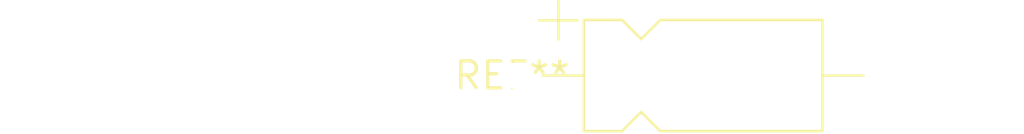
<source format=kicad_pcb>
(kicad_pcb (version 20240108) (generator pcbnew)
  (layers (0 "F.Cu" signal) (31 "B.Cu" signal) (34 "B.Paste" user) (35 "F.Paste" user) (36 "B.SilkS" user "B.Silkscreen") (37 "F.SilkS" user "F.Silkscreen") (38 "B.Mask" user) (39 "F.Mask" user) (44 "Edge.Cuts" user))
  (net 0 "")
  (footprint "CP_Axial_L11.0mm_D5.0mm_P18.00mm_Horizontal" (layer "F.Cu") (at 0 0)
    (property "Reference" "REF**")
    (property "Value" "CP_Axial_L11.0mm_D5.0mm_P18.00mm_Horizontal")
    (fp_line (start 1.28 -2.6) (end 3.08 -2.6) (layer "F.SilkS") (stroke (width 0.12)))
    (fp_line (start 1.44 0) (end 3.38 0) (layer "F.SilkS") (stroke (width 0.12)))
    (fp_line (start 2.18 -3.5) (end 2.18 -1.7) (layer "F.SilkS") (stroke (width 0.12)))
    (fp_line (start 3.38 -2.62) (end 3.38 2.62) (layer "F.SilkS") (stroke (width 0.12)))
    (fp_line (start 3.38 -2.62) (end 5.18 -2.62) (layer "F.SilkS") (stroke (width 0.12)))
    (fp_line (start 3.38 2.62) (end 5.18 2.62) (layer "F.SilkS") (stroke (width 0.12)))
    (fp_line (start 5.18 -2.62) (end 6.08 -1.72) (layer "F.SilkS") (stroke (width 0.12)))
    (fp_line (start 5.18 2.62) (end 6.08 1.72) (layer "F.SilkS") (stroke (width 0.12)))
    (fp_line (start 6.08 -1.72) (end 6.98 -2.62) (layer "F.SilkS") (stroke (width 0.12)))
    (fp_line (start 6.08 1.72) (end 6.98 2.62) (layer "F.SilkS") (stroke (width 0.12)))
    (fp_line (start 6.98 -2.62) (end 14.62 -2.62) (layer "F.SilkS") (stroke (width 0.12)))
    (fp_line (start 6.98 2.62) (end 14.62 2.62) (layer "F.SilkS") (stroke (width 0.12)))
    (fp_line (start 14.62 -2.62) (end 14.62 2.62) (layer "F.SilkS") (stroke (width 0.12)))
    (fp_line (start 16.56 0) (end 14.62 0) (layer "F.SilkS") (stroke (width 0.12)))
    (pad "1" thru_hole rect (at 0 0) (size 2.4 2.4) (drill 1.2) (layers *.Cu *.Mask) (remove_unused_layers))
    (pad "2" thru_hole oval (at 18 0) (size 2.4 2.4) (drill 1.2) (layers *.Cu *.Mask) (remove_unused_layers))
  )
)
</source>
